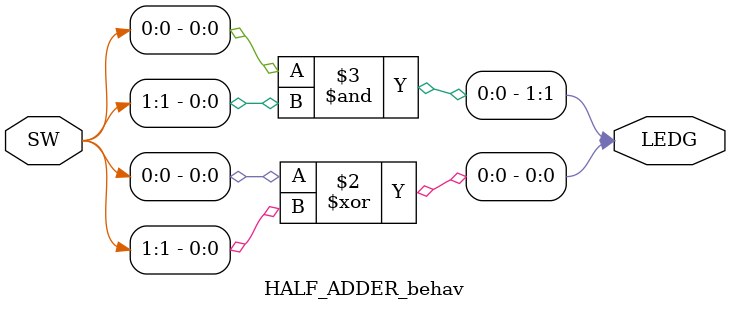
<source format=v>
module HALF_ADDER_behav (
	input[1:0] SW,
	output reg[1:0] LEDG
);
	
	always @(SW[0], SW[1]) begin
		LEDG[0] <= SW[0]^SW[1];		// a = SW[0], b = SW[1], s = LEDG[0]
		LEDG[1] <= SW[0]&SW[1];		// a = SW[0], b = SW[1], c = LEDG[1]
	end
endmodule
</source>
